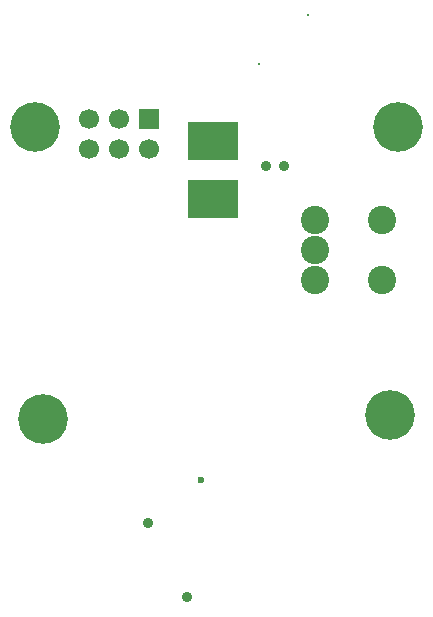
<source format=gbs>
G04*
G04 #@! TF.GenerationSoftware,Altium Limited,Altium Designer,25.2.1 (25)*
G04*
G04 Layer_Color=16711935*
%FSLAX44Y44*%
%MOMM*%
G71*
G04*
G04 #@! TF.SameCoordinates,8C29F912-5D16-4966-89D4-FD56EA257BD5*
G04*
G04*
G04 #@! TF.FilePolarity,Negative*
G04*
G01*
G75*
%ADD39C,4.2000*%
%ADD40R,4.2000X3.2000*%
%ADD41C,2.4000*%
%ADD42C,1.7000*%
%ADD43R,1.7000X1.7000*%
%ADD44C,0.2000*%
%ADD45C,0.9000*%
%ADD46C,0.6000*%
D39*
X259842Y222504D02*
D03*
X-34036Y219710D02*
D03*
X266954Y466598D02*
D03*
X-40640Y467106D02*
D03*
D40*
X109878Y455136D02*
D03*
Y405606D02*
D03*
D41*
X196088Y388366D02*
D03*
Y337566D02*
D03*
X253238Y388366D02*
D03*
Y337566D02*
D03*
X196088Y362966D02*
D03*
D42*
X5283Y448360D02*
D03*
Y473760D02*
D03*
X30684Y448360D02*
D03*
Y473760D02*
D03*
X56083Y448360D02*
D03*
D43*
Y473760D02*
D03*
D44*
X190164Y561162D02*
D03*
X148508Y519760D02*
D03*
D45*
X54517Y131723D02*
D03*
X87630Y68822D02*
D03*
X170180Y433578D02*
D03*
X155033D02*
D03*
D46*
X100148Y167638D02*
D03*
M02*

</source>
